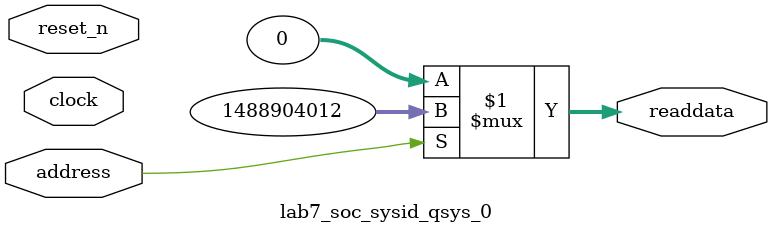
<source format=v>

`timescale 1ns / 1ps
// synthesis translate_on

// turn off superfluous verilog processor warnings 
// altera message_level Level1 
// altera message_off 10034 10035 10036 10037 10230 10240 10030 

module lab7_soc_sysid_qsys_0 (
               // inputs:
                address,
                clock,
                reset_n,

               // outputs:
                readdata
             )
;

  output  [ 31: 0] readdata;
  input            address;
  input            clock;
  input            reset_n;

  wire    [ 31: 0] readdata;
  //control_slave, which is an e_avalon_slave
  assign readdata = address ? 1488904012 : 0;

endmodule




</source>
